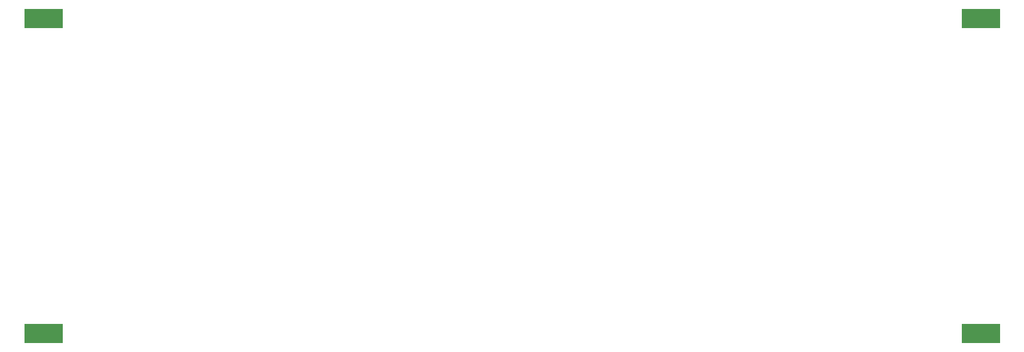
<source format=gbr>
G04 DipTrace 2.4.0.2*
%INTopPaste.gbr*%
%MOIN*%
%ADD77R,0.2125X0.1101*%
%FSLAX44Y44*%
G04*
G70*
G90*
G75*
G01*
%LNTopPaste*%
%LPD*%
D77*
X7815Y27739D3*
Y10141D3*
X60082D3*
Y27739D3*
M02*

</source>
